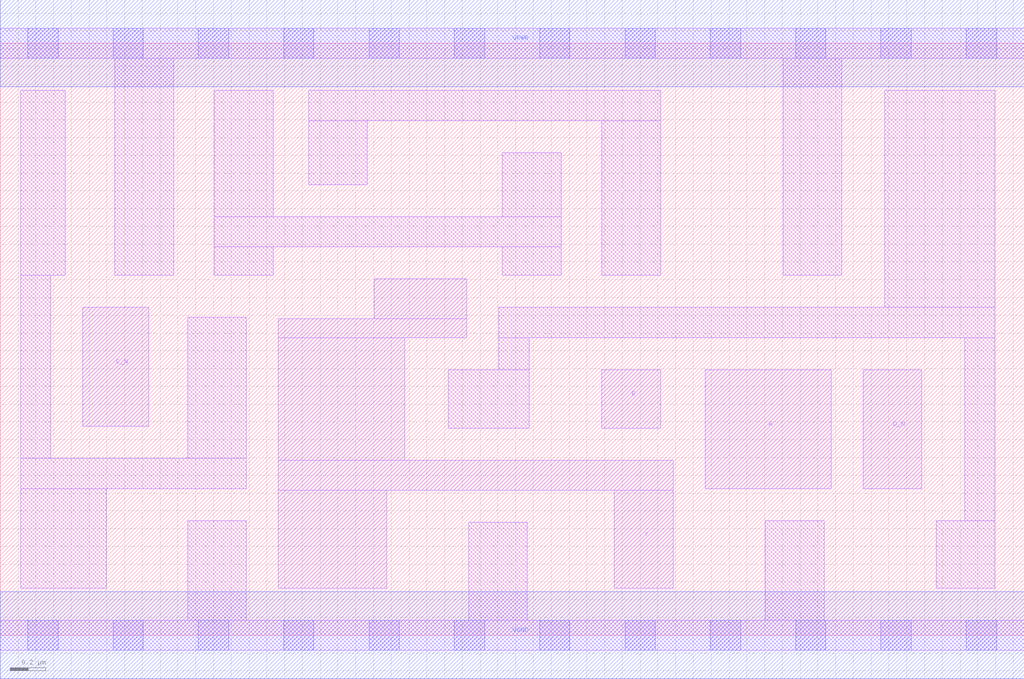
<source format=lef>
# Copyright 2020 The SkyWater PDK Authors
#
# Licensed under the Apache License, Version 2.0 (the "License");
# you may not use this file except in compliance with the License.
# You may obtain a copy of the License at
#
#     https://www.apache.org/licenses/LICENSE-2.0
#
# Unless required by applicable law or agreed to in writing, software
# distributed under the License is distributed on an "AS IS" BASIS,
# WITHOUT WARRANTIES OR CONDITIONS OF ANY KIND, either express or implied.
# See the License for the specific language governing permissions and
# limitations under the License.
#
# SPDX-License-Identifier: Apache-2.0

VERSION 5.7 ;
  NOWIREEXTENSIONATPIN ON ;
  DIVIDERCHAR "/" ;
  BUSBITCHARS "[]" ;
UNITS
  DATABASE MICRONS 200 ;
END UNITS
MACRO sky130_fd_sc_lp__nor4bb_lp
  CLASS CORE ;
  FOREIGN sky130_fd_sc_lp__nor4bb_lp ;
  ORIGIN  0.000000  0.000000 ;
  SIZE  5.760000 BY  3.330000 ;
  SYMMETRY X Y R90 ;
  SITE unit ;
  PIN A
    ANTENNAGATEAREA  0.376000 ;
    DIRECTION INPUT ;
    USE SIGNAL ;
    PORT
      LAYER li1 ;
        RECT 3.965000 0.825000 4.675000 1.495000 ;
    END
  END A
  PIN B
    ANTENNAGATEAREA  0.376000 ;
    DIRECTION INPUT ;
    USE SIGNAL ;
    PORT
      LAYER li1 ;
        RECT 3.385000 1.165000 3.715000 1.495000 ;
    END
  END B
  PIN C_N
    ANTENNAGATEAREA  0.376000 ;
    DIRECTION INPUT ;
    USE SIGNAL ;
    PORT
      LAYER li1 ;
        RECT 0.465000 1.175000 0.835000 1.845000 ;
    END
  END C_N
  PIN D_N
    ANTENNAGATEAREA  0.376000 ;
    DIRECTION INPUT ;
    USE SIGNAL ;
    PORT
      LAYER li1 ;
        RECT 4.855000 0.825000 5.185000 1.495000 ;
    END
  END D_N
  PIN Y
    ANTENNADIFFAREA  0.520200 ;
    DIRECTION OUTPUT ;
    USE SIGNAL ;
    PORT
      LAYER li1 ;
        RECT 1.565000 0.265000 2.175000 0.815000 ;
        RECT 1.565000 0.815000 3.785000 0.985000 ;
        RECT 1.565000 0.985000 2.275000 1.675000 ;
        RECT 1.565000 1.675000 2.625000 1.780000 ;
        RECT 2.105000 1.780000 2.625000 2.005000 ;
        RECT 3.455000 0.265000 3.785000 0.815000 ;
    END
  END Y
  PIN VGND
    DIRECTION INOUT ;
    USE GROUND ;
    PORT
      LAYER met1 ;
        RECT 0.000000 -0.245000 5.760000 0.245000 ;
    END
  END VGND
  PIN VPWR
    DIRECTION INOUT ;
    USE POWER ;
    PORT
      LAYER met1 ;
        RECT 0.000000 3.085000 5.760000 3.575000 ;
    END
  END VPWR
  OBS
    LAYER li1 ;
      RECT 0.000000 -0.085000 5.760000 0.085000 ;
      RECT 0.000000  3.245000 5.760000 3.415000 ;
      RECT 0.115000  0.265000 0.595000 0.825000 ;
      RECT 0.115000  0.825000 1.385000 0.995000 ;
      RECT 0.115000  0.995000 0.285000 2.025000 ;
      RECT 0.115000  2.025000 0.365000 3.065000 ;
      RECT 0.645000  2.025000 0.975000 3.245000 ;
      RECT 1.055000  0.085000 1.385000 0.645000 ;
      RECT 1.055000  0.995000 1.385000 1.790000 ;
      RECT 1.205000  2.025000 1.535000 2.185000 ;
      RECT 1.205000  2.185000 3.155000 2.355000 ;
      RECT 1.205000  2.355000 1.535000 3.065000 ;
      RECT 1.735000  2.535000 2.065000 2.895000 ;
      RECT 1.735000  2.895000 3.715000 3.065000 ;
      RECT 2.520000  1.165000 2.975000 1.495000 ;
      RECT 2.635000  0.085000 2.965000 0.635000 ;
      RECT 2.805000  1.495000 2.975000 1.675000 ;
      RECT 2.805000  1.675000 5.595000 1.845000 ;
      RECT 2.825000  2.025000 3.155000 2.185000 ;
      RECT 2.825000  2.355000 3.155000 2.715000 ;
      RECT 3.385000  2.025000 3.715000 2.895000 ;
      RECT 4.305000  0.085000 4.635000 0.645000 ;
      RECT 4.405000  2.025000 4.735000 3.245000 ;
      RECT 4.975000  1.845000 5.595000 3.065000 ;
      RECT 5.265000  0.265000 5.595000 0.645000 ;
      RECT 5.425000  0.645000 5.595000 1.675000 ;
    LAYER mcon ;
      RECT 0.155000 -0.085000 0.325000 0.085000 ;
      RECT 0.155000  3.245000 0.325000 3.415000 ;
      RECT 0.635000 -0.085000 0.805000 0.085000 ;
      RECT 0.635000  3.245000 0.805000 3.415000 ;
      RECT 1.115000 -0.085000 1.285000 0.085000 ;
      RECT 1.115000  3.245000 1.285000 3.415000 ;
      RECT 1.595000 -0.085000 1.765000 0.085000 ;
      RECT 1.595000  3.245000 1.765000 3.415000 ;
      RECT 2.075000 -0.085000 2.245000 0.085000 ;
      RECT 2.075000  3.245000 2.245000 3.415000 ;
      RECT 2.555000 -0.085000 2.725000 0.085000 ;
      RECT 2.555000  3.245000 2.725000 3.415000 ;
      RECT 3.035000 -0.085000 3.205000 0.085000 ;
      RECT 3.035000  3.245000 3.205000 3.415000 ;
      RECT 3.515000 -0.085000 3.685000 0.085000 ;
      RECT 3.515000  3.245000 3.685000 3.415000 ;
      RECT 3.995000 -0.085000 4.165000 0.085000 ;
      RECT 3.995000  3.245000 4.165000 3.415000 ;
      RECT 4.475000 -0.085000 4.645000 0.085000 ;
      RECT 4.475000  3.245000 4.645000 3.415000 ;
      RECT 4.955000 -0.085000 5.125000 0.085000 ;
      RECT 4.955000  3.245000 5.125000 3.415000 ;
      RECT 5.435000 -0.085000 5.605000 0.085000 ;
      RECT 5.435000  3.245000 5.605000 3.415000 ;
  END
END sky130_fd_sc_lp__nor4bb_lp
END LIBRARY

</source>
